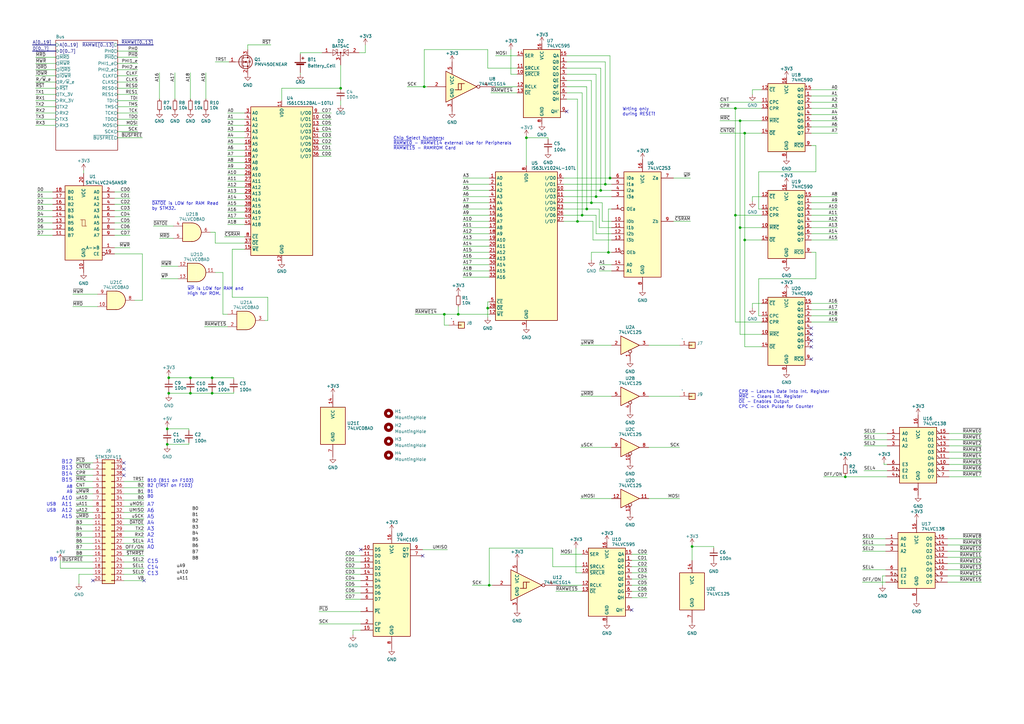
<source format=kicad_sch>
(kicad_sch (version 20230121) (generator eeschema)
  (paper "A3")
  (title_block (title "Unicomp v2 - RAMROM Board") (date "2023-07-06") (rev "v1.1") (company "100% Offner") (comment 1 "v1: Initial") (comment 2 "v1.1: ~{uMWR} from A12 to A9 of STM32 bec. USB"))
  (junction (at 78.105 154.94))
  (junction (at 303.53 49.53))
  (junction (at 250.19 73.025))
  (junction (at 301.625 44.45))
  (junction (at 86.995 161.29))
  (junction (at 215.9 56.515))
  (junction (at 283.845 224.155))
  (junction (at 301.625 88.265))
  (junction (at 303.53 93.345))
  (junction (at 248.285 75.565))
  (junction (at 249.555 103.505))
  (junction (at 305.435 54.61))
  (junction (at 246.38 78.105))
  (junction (at 69.215 161.29))
  (junction (at 182.245 128.905))
  (junction (at 240.665 85.725))
  (junction (at 238.76 88.265))
  (junction (at 68.58 175.895))
  (junction (at 242.57 83.185))
  (junction (at 86.995 154.94))
  (junction (at 200.025 126.365))
  (junction (at 139.7 36.195))
  (junction (at 78.105 161.29))
  (junction (at 236.855 90.805))
  (junction (at 305.435 98.425))
  (junction (at 244.475 80.645))
  (junction (at 346.71 195.58))
  (junction (at 68.58 182.245))
  (junction (at 69.215 154.94))
  (junction (at 200.66 240.03))
  (junction (at 173.99 35.56))
  (junction (at 187.96 128.905))
  (no_connect (at 50.8 192.405))
  (no_connect (at 50.8 194.945))
  (no_connect (at 332.74 147.32))
  (no_connect (at 332.74 134.62))
  (no_connect (at 147.955 225.425))
  (no_connect (at 332.74 137.16))
  (no_connect (at 173.355 227.965))
  (no_connect (at 332.74 142.24))
  (no_connect (at 332.74 139.7))
  (no_connect (at 259.08 250.19))
  (no_connect (at 50.8 189.865))
  (no_connect (at 38.1 238.125))
  (no_connect (at 232.41 45.72))
  (no_connect (at 59.055 238.125))
  (wire (pts (xy 209.55 20.32) (xy 209.55 30.48)))
  (wire (pts (xy 92.075 97.155) (xy 100.33 97.155)))
  (wire (pts (xy 231.14 73.025) (xy 250.19 73.025)))
  (wire (pts (xy 149.86 18.415) (xy 149.86 21.59)))
  (wire (pts (xy 95.885 154.94) (xy 95.885 155.575)))
  (wire (pts (xy 15.24 83.82) (xy 21.59 83.82)))
  (wire (pts (xy 147.955 245.745) (xy 141.605 245.745)))
  (wire (pts (xy 77.47 175.895) (xy 77.47 176.53)))
  (wire (pts (xy 88.265 95.25) (xy 88.265 99.695)))
  (wire (pts (xy 14.605 31.115) (xy 22.86 31.115)))
  (wire (pts (xy 147.955 233.045) (xy 141.605 233.045)))
  (wire (pts (xy 362.585 189.865) (xy 362.585 190.5)))
  (wire (pts (xy 389.255 185.42) (xy 402.59 185.42)))
  (wire (pts (xy 48.26 43.815) (xy 56.515 43.815)))
  (wire (pts (xy 58.42 104.14) (xy 58.42 123.19)))
  (bus (pts (xy 48.26 18.415) (xy 62.865 18.415)))
  (wire (pts (xy 130.81 48.895) (xy 135.89 48.895)))
  (wire (pts (xy 93.345 81.915) (xy 100.33 81.915)))
  (wire (pts (xy 144.78 258.445) (xy 144.78 260.35)))
  (wire (pts (xy 311.15 70.485) (xy 311.15 85.725)))
  (wire (pts (xy 389.255 195.58) (xy 402.59 195.58)))
  (wire (pts (xy 31.115 225.425) (xy 38.1 225.425)))
  (wire (pts (xy 189.865 78.105) (xy 200.66 78.105)))
  (wire (pts (xy 93.345 51.435) (xy 100.33 51.435)))
  (wire (pts (xy 215.9 56.515) (xy 215.9 67.945)))
  (wire (pts (xy 231.14 83.185) (xy 242.57 83.185)))
  (wire (pts (xy 15.24 88.9) (xy 21.59 88.9)))
  (wire (pts (xy 69.215 161.29) (xy 69.215 160.655)))
  (wire (pts (xy 182.245 128.905) (xy 187.96 128.905)))
  (wire (pts (xy 250.825 93.345) (xy 245.745 93.345)))
  (wire (pts (xy 353.695 238.76) (xy 363.22 238.76)))
  (wire (pts (xy 276.225 90.805) (xy 283.21 90.805)))
  (wire (pts (xy 244.475 88.265) (xy 244.475 95.885)))
  (wire (pts (xy 31.115 227.965) (xy 38.1 227.965)))
  (wire (pts (xy 139.7 41.275) (xy 139.7 43.18)))
  (wire (pts (xy 250.825 90.805) (xy 247.015 90.805)))
  (wire (pts (xy 334.645 59.69) (xy 334.645 70.485)))
  (wire (pts (xy 115.57 36.195) (xy 139.7 36.195)))
  (wire (pts (xy 65.405 97.79) (xy 71.12 97.79)))
  (wire (pts (xy 332.74 46.99) (xy 343.535 46.99)))
  (wire (pts (xy 189.865 73.025) (xy 200.66 73.025)))
  (wire (pts (xy 303.53 93.345) (xy 312.42 93.345)))
  (wire (pts (xy 93.345 71.755) (xy 100.33 71.755)))
  (wire (pts (xy 250.825 85.725) (xy 249.555 85.725)))
  (wire (pts (xy 71.755 29.845) (xy 71.755 40.64)))
  (wire (pts (xy 46.99 86.36) (xy 53.34 86.36)))
  (wire (pts (xy 308.61 124.46) (xy 312.42 124.46)))
  (wire (pts (xy 250.19 22.86) (xy 250.19 73.025)))
  (wire (pts (xy 95.25 102.235) (xy 95.25 121.92)))
  (wire (pts (xy 229.87 227.33) (xy 238.76 227.33)))
  (wire (pts (xy 295.275 54.61) (xy 305.435 54.61)))
  (wire (pts (xy 46.99 104.14) (xy 58.42 104.14)))
  (wire (pts (xy 50.8 230.505) (xy 59.055 230.505)))
  (wire (pts (xy 389.255 187.96) (xy 402.59 187.96)))
  (wire (pts (xy 48.26 36.195) (xy 56.515 36.195)))
  (wire (pts (xy 68.58 182.88) (xy 68.58 182.245)))
  (wire (pts (xy 388.62 231.14) (xy 402.59 231.14)))
  (wire (pts (xy 201.93 240.03) (xy 200.66 240.03)))
  (wire (pts (xy 68.58 182.245) (xy 77.47 182.245)))
  (wire (pts (xy 32.385 235.585) (xy 32.385 239.395)))
  (wire (pts (xy 246.38 78.105) (xy 250.825 78.105)))
  (wire (pts (xy 147.955 235.585) (xy 141.605 235.585)))
  (wire (pts (xy 232.41 35.56) (xy 240.665 35.56)))
  (wire (pts (xy 93.345 86.995) (xy 100.33 86.995)))
  (wire (pts (xy 55.245 123.19) (xy 58.42 123.19)))
  (wire (pts (xy 46.99 96.52) (xy 53.34 96.52)))
  (wire (pts (xy 231.14 75.565) (xy 248.285 75.565)))
  (wire (pts (xy 31.115 220.345) (xy 38.1 220.345)))
  (wire (pts (xy 311.15 129.54) (xy 312.42 129.54)))
  (wire (pts (xy 69.215 154.94) (xy 78.105 154.94)))
  (wire (pts (xy 173.99 20.32) (xy 173.99 35.56)))
  (wire (pts (xy 46.99 83.82) (xy 53.34 83.82)))
  (wire (pts (xy 48.26 20.955) (xy 56.515 20.955)))
  (wire (pts (xy 73.025 114.3) (xy 66.04 114.3)))
  (wire (pts (xy 93.345 128.905) (xy 91.44 128.905)))
  (wire (pts (xy 332.74 85.725) (xy 343.535 85.725)))
  (wire (pts (xy 201.295 38.1) (xy 212.09 38.1)))
  (wire (pts (xy 250.825 98.425) (xy 243.205 98.425)))
  (wire (pts (xy 48.26 28.575) (xy 56.515 28.575)))
  (wire (pts (xy 250.19 73.025) (xy 250.825 73.025)))
  (wire (pts (xy 231.14 78.105) (xy 246.38 78.105)))
  (wire (pts (xy 238.76 88.265) (xy 244.475 88.265)))
  (wire (pts (xy 93.345 69.215) (xy 100.33 69.215)))
  (wire (pts (xy 147.955 240.665) (xy 141.605 240.665)))
  (wire (pts (xy 248.285 75.565) (xy 250.825 75.565)))
  (wire (pts (xy 308.61 36.83) (xy 312.42 36.83)))
  (wire (pts (xy 301.625 44.45) (xy 312.42 44.45)))
  (wire (pts (xy 115.57 41.275) (xy 115.57 36.195)))
  (wire (pts (xy 311.15 85.725) (xy 312.42 85.725)))
  (wire (pts (xy 14.605 46.355) (xy 22.86 46.355)))
  (wire (pts (xy 189.865 75.565) (xy 200.66 75.565)))
  (wire (pts (xy 69.215 161.29) (xy 78.105 161.29)))
  (wire (pts (xy 353.695 226.06) (xy 363.22 226.06)))
  (wire (pts (xy 259.08 234.95) (xy 265.43 234.95)))
  (wire (pts (xy 50.8 212.725) (xy 59.055 212.725)))
  (wire (pts (xy 200.025 20.32) (xy 173.99 20.32)))
  (wire (pts (xy 332.74 41.91) (xy 343.535 41.91)))
  (wire (pts (xy 91.44 128.905) (xy 91.44 111.76)))
  (wire (pts (xy 31.115 207.645) (xy 38.1 207.645)))
  (wire (pts (xy 388.62 220.98) (xy 402.59 220.98)))
  (wire (pts (xy 50.8 217.805) (xy 59.055 217.805)))
  (wire (pts (xy 48.26 51.435) (xy 56.515 51.435)))
  (wire (pts (xy 109.855 121.92) (xy 109.855 131.445)))
  (wire (pts (xy 308.61 80.645) (xy 312.42 80.645)))
  (wire (pts (xy 259.08 237.49) (xy 265.43 237.49)))
  (wire (pts (xy 50.8 205.105) (xy 59.055 205.105)))
  (wire (pts (xy 189.865 83.185) (xy 200.66 83.185)))
  (wire (pts (xy 31.115 200.025) (xy 38.1 200.025)))
  (wire (pts (xy 193.675 240.03) (xy 200.66 240.03)))
  (wire (pts (xy 295.275 41.91) (xy 312.42 41.91)))
  (wire (pts (xy 303.53 49.53) (xy 312.42 49.53)))
  (wire (pts (xy 86.995 154.94) (xy 86.995 155.575)))
  (wire (pts (xy 123.19 21.59) (xy 132.08 21.59)))
  (wire (pts (xy 231.14 88.265) (xy 238.76 88.265)))
  (wire (pts (xy 130.81 46.355) (xy 135.89 46.355)))
  (wire (pts (xy 361.95 236.22) (xy 361.95 240.03)))
  (wire (pts (xy 46.99 81.28) (xy 53.34 81.28)))
  (wire (pts (xy 88.265 111.76) (xy 91.44 111.76)))
  (wire (pts (xy 332.74 129.54) (xy 343.535 129.54)))
  (wire (pts (xy 229.87 240.03) (xy 238.76 240.03)))
  (wire (pts (xy 14.605 41.275) (xy 22.86 41.275)))
  (wire (pts (xy 69.215 154.305) (xy 69.215 154.94)))
  (wire (pts (xy 295.275 49.53) (xy 303.53 49.53)))
  (wire (pts (xy 130.81 64.135) (xy 135.89 64.135)))
  (wire (pts (xy 15.24 96.52) (xy 21.59 96.52)))
  (wire (pts (xy 236.855 90.805) (xy 243.205 90.805)))
  (wire (pts (xy 66.04 109.22) (xy 73.025 109.22)))
  (wire (pts (xy 101.6 20.32) (xy 101.6 18.415)))
  (wire (pts (xy 101.6 18.415) (xy 111.125 18.415)))
  (wire (pts (xy 303.53 93.345) (xy 303.53 137.16)))
  (wire (pts (xy 189.865 88.265) (xy 200.66 88.265)))
  (wire (pts (xy 50.8 200.025) (xy 59.055 200.025)))
  (wire (pts (xy 50.8 207.645) (xy 59.055 207.645)))
  (wire (pts (xy 189.865 100.965) (xy 200.66 100.965)))
  (wire (pts (xy 301.625 132.08) (xy 312.42 132.08)))
  (wire (pts (xy 14.605 51.435) (xy 22.86 51.435)))
  (wire (pts (xy 388.62 228.6) (xy 402.59 228.6)))
  (wire (pts (xy 65.405 29.845) (xy 65.405 40.64)))
  (wire (pts (xy 301.625 88.265) (xy 301.625 132.08)))
  (wire (pts (xy 353.695 220.98) (xy 363.22 220.98)))
  (wire (pts (xy 189.865 95.885) (xy 200.66 95.885)))
  (wire (pts (xy 130.81 61.595) (xy 135.89 61.595)))
  (wire (pts (xy 68.58 175.26) (xy 68.58 175.895)))
  (wire (pts (xy 200.66 224.79) (xy 200.66 240.03)))
  (wire (pts (xy 353.695 223.52) (xy 363.22 223.52)))
  (wire (pts (xy 50.8 238.125) (xy 59.055 238.125)))
  (wire (pts (xy 130.81 53.975) (xy 135.89 53.975)))
  (wire (pts (xy 238.76 38.1) (xy 238.76 88.265)))
  (wire (pts (xy 86.995 160.655) (xy 86.995 161.29)))
  (wire (pts (xy 84.455 29.845) (xy 84.455 40.64)))
  (wire (pts (xy 130.81 56.515) (xy 135.89 56.515)))
  (wire (pts (xy 332.74 127) (xy 343.535 127)))
  (wire (pts (xy 245.745 93.345) (xy 245.745 85.725)))
  (wire (pts (xy 215.9 55.88) (xy 215.9 56.515)))
  (wire (pts (xy 93.345 66.675) (xy 100.33 66.675)))
  (wire (pts (xy 189.865 113.665) (xy 200.66 113.665)))
  (wire (pts (xy 249.555 85.725) (xy 249.555 103.505)))
  (wire (pts (xy 130.81 255.905) (xy 147.955 255.905)))
  (wire (pts (xy 93.345 46.355) (xy 100.33 46.355)))
  (wire (pts (xy 332.74 93.345) (xy 343.535 93.345)))
  (wire (pts (xy 189.865 111.125) (xy 200.66 111.125)))
  (wire (pts (xy 305.435 54.61) (xy 305.435 98.425)))
  (wire (pts (xy 31.115 210.185) (xy 38.1 210.185)))
  (wire (pts (xy 189.865 98.425) (xy 200.66 98.425)))
  (wire (pts (xy 14.605 33.655) (xy 22.86 33.655)))
  (wire (pts (xy 130.81 51.435) (xy 135.89 51.435)))
  (wire (pts (xy 31.115 194.945) (xy 38.1 194.945)))
  (wire (pts (xy 250.825 183.515) (xy 238.125 183.515)))
  (wire (pts (xy 83.82 133.985) (xy 93.345 133.985)))
  (wire (pts (xy 48.26 26.035) (xy 56.515 26.035)))
  (wire (pts (xy 243.205 98.425) (xy 243.205 90.805)))
  (wire (pts (xy 50.8 227.965) (xy 59.055 227.965)))
  (wire (pts (xy 78.105 160.655) (xy 78.105 161.29)))
  (wire (pts (xy 266.065 204.47) (xy 278.765 204.47)))
  (wire (pts (xy 175.26 35.56) (xy 173.99 35.56)))
  (wire (pts (xy 354.33 182.88) (xy 363.855 182.88)))
  (bus (pts (xy 22.86 18.415) (xy 13.335 18.415)))
  (wire (pts (xy 31.115 212.725) (xy 38.1 212.725)))
  (wire (pts (xy 93.345 79.375) (xy 100.33 79.375)))
  (wire (pts (xy 50.8 202.565) (xy 59.055 202.565)))
  (wire (pts (xy 31.115 202.565) (xy 38.1 202.565)))
  (wire (pts (xy 200.025 126.365) (xy 200.025 130.175)))
  (wire (pts (xy 332.74 36.83) (xy 343.535 36.83)))
  (wire (pts (xy 31.115 215.265) (xy 38.1 215.265)))
  (wire (pts (xy 15.24 93.98) (xy 21.59 93.98)))
  (wire (pts (xy 248.285 25.4) (xy 248.285 75.565)))
  (wire (pts (xy 78.105 154.94) (xy 78.105 155.575)))
  (wire (pts (xy 332.74 88.265) (xy 343.535 88.265)))
  (wire (pts (xy 31.115 217.805) (xy 38.1 217.805)))
  (wire (pts (xy 242.57 83.185) (xy 247.015 83.185)))
  (wire (pts (xy 24.765 229.87) (xy 24.765 233.045)))
  (wire (pts (xy 295.275 44.45) (xy 301.625 44.45)))
  (wire (pts (xy 232.41 40.64) (xy 236.855 40.64)))
  (wire (pts (xy 93.345 74.295) (xy 100.33 74.295)))
  (wire (pts (xy 50.8 222.885) (xy 59.055 222.885)))
  (wire (pts (xy 332.74 95.885) (xy 343.535 95.885)))
  (wire (pts (xy 236.855 40.64) (xy 236.855 90.805)))
  (wire (pts (xy 25.4 230.505) (xy 38.1 230.505)))
  (wire (pts (xy 189.865 93.345) (xy 200.66 93.345)))
  (wire (pts (xy 69.215 161.925) (xy 69.215 161.29)))
  (wire (pts (xy 15.24 81.28) (xy 21.59 81.28)))
  (wire (pts (xy 48.26 48.895) (xy 56.515 48.895)))
  (wire (pts (xy 93.345 56.515) (xy 100.33 56.515)))
  (wire (pts (xy 31.115 189.865) (xy 38.1 189.865)))
  (wire (pts (xy 226.695 224.79) (xy 226.695 232.41)))
  (wire (pts (xy 334.645 103.505) (xy 334.645 114.3)))
  (wire (pts (xy 15.24 78.74) (xy 21.59 78.74)))
  (wire (pts (xy 48.26 33.655) (xy 56.515 33.655)))
  (wire (pts (xy 123.19 30.48) (xy 123.19 29.845)))
  (wire (pts (xy 388.62 223.52) (xy 402.59 223.52)))
  (wire (pts (xy 31.115 197.485) (xy 38.1 197.485)))
  (wire (pts (xy 232.41 38.1) (xy 238.76 38.1)))
  (wire (pts (xy 236.22 234.95) (xy 238.76 234.95)))
  (wire (pts (xy 53.34 101.6) (xy 46.99 101.6)))
  (wire (pts (xy 46.99 88.9) (xy 53.34 88.9)))
  (wire (pts (xy 232.41 30.48) (xy 244.475 30.48)))
  (wire (pts (xy 249.555 103.505) (xy 250.825 103.505)))
  (wire (pts (xy 303.53 137.16) (xy 312.42 137.16)))
  (wire (pts (xy 93.345 61.595) (xy 100.33 61.595)))
  (wire (pts (xy 238.125 162.56) (xy 250.825 162.56)))
  (wire (pts (xy 244.475 95.885) (xy 250.825 95.885)))
  (wire (pts (xy 283.845 224.155) (xy 292.735 224.155)))
  (wire (pts (xy 363.855 190.5) (xy 362.585 190.5)))
  (wire (pts (xy 334.645 114.3) (xy 311.15 114.3)))
  (wire (pts (xy 95.25 102.235) (xy 100.33 102.235)))
  (wire (pts (xy 50.8 235.585) (xy 59.055 235.585)))
  (wire (pts (xy 305.435 54.61) (xy 312.42 54.61)))
  (wire (pts (xy 389.255 190.5) (xy 402.59 190.5)))
  (wire (pts (xy 242.57 103.505) (xy 249.555 103.505)))
  (wire (pts (xy 14.605 36.195) (xy 22.86 36.195)))
  (wire (pts (xy 93.345 64.135) (xy 100.33 64.135)))
  (wire (pts (xy 170.18 128.905) (xy 182.245 128.905)))
  (wire (pts (xy 184.15 133.35) (xy 182.245 133.35)))
  (wire (pts (xy 226.695 232.41) (xy 238.76 232.41)))
  (wire (pts (xy 88.265 25.4) (xy 93.98 25.4)))
  (wire (pts (xy 388.62 236.22) (xy 402.59 236.22)))
  (wire (pts (xy 305.435 98.425) (xy 312.42 98.425)))
  (wire (pts (xy 93.345 89.535) (xy 100.33 89.535)))
  (wire (pts (xy 48.26 41.275) (xy 56.515 41.275)))
  (wire (pts (xy 200.025 27.94) (xy 212.09 27.94)))
  (wire (pts (xy 332.74 124.46) (xy 343.535 124.46)))
  (wire (pts (xy 242.57 103.505) (xy 242.57 106.68)))
  (wire (pts (xy 189.865 103.505) (xy 200.66 103.505)))
  (wire (pts (xy 303.53 49.53) (xy 303.53 93.345)))
  (wire (pts (xy 139.7 26.67) (xy 139.7 36.195)))
  (wire (pts (xy 200.025 20.32) (xy 200.025 27.94)))
  (wire (pts (xy 346.71 194.945) (xy 346.71 195.58)))
  (wire (pts (xy 245.745 108.585) (xy 250.825 108.585)))
  (wire (pts (xy 305.435 98.425) (xy 305.435 142.24)))
  (wire (pts (xy 34.29 69.85) (xy 34.29 71.12)))
  (wire (pts (xy 240.665 35.56) (xy 240.665 85.725)))
  (wire (pts (xy 189.865 106.045) (xy 200.66 106.045)))
  (wire (pts (xy 78.105 29.845) (xy 78.105 40.64)))
  (wire (pts (xy 78.105 154.94) (xy 86.995 154.94)))
  (wire (pts (xy 77.47 181.61) (xy 77.47 182.245)))
  (wire (pts (xy 48.26 53.975) (xy 56.515 53.975)))
  (wire (pts (xy 259.08 245.11) (xy 265.43 245.11)))
  (wire (pts (xy 259.08 229.87) (xy 265.43 229.87)))
  (wire (pts (xy 130.81 250.825) (xy 147.955 250.825)))
  (wire (pts (xy 50.8 225.425) (xy 59.055 225.425)))
  (wire (pts (xy 48.26 56.515) (xy 58.42 56.515)))
  (wire (pts (xy 354.33 177.8) (xy 363.855 177.8)))
  (wire (pts (xy 389.255 182.88) (xy 402.59 182.88)))
  (wire (pts (xy 14.605 28.575) (xy 22.86 28.575)))
  (wire (pts (xy 50.8 210.185) (xy 59.055 210.185)))
  (wire (pts (xy 50.8 215.265) (xy 59.055 215.265)))
  (wire (pts (xy 227.965 242.57) (xy 238.76 242.57)))
  (wire (pts (xy 276.225 73.025) (xy 283.21 73.025)))
  (wire (pts (xy 301.625 44.45) (xy 301.625 88.265)))
  (wire (pts (xy 93.345 59.055) (xy 100.33 59.055)))
  (wire (pts (xy 173.355 225.425) (xy 183.515 225.425)))
  (wire (pts (xy 346.71 195.58) (xy 363.855 195.58)))
  (wire (pts (xy 244.475 30.48) (xy 244.475 80.645)))
  (wire (pts (xy 231.14 80.645) (xy 244.475 80.645)))
  (wire (pts (xy 147.955 243.205) (xy 141.605 243.205)))
  (wire (pts (xy 332.74 59.69) (xy 334.645 59.69)))
  (wire (pts (xy 93.345 76.835) (xy 100.33 76.835)))
  (wire (pts (xy 48.26 38.735) (xy 56.515 38.735)))
  (wire (pts (xy 14.605 43.815) (xy 22.86 43.815)))
  (wire (pts (xy 203.2 22.86) (xy 212.09 22.86)))
  (wire (pts (xy 29.845 125.73) (xy 40.005 125.73)))
  (wire (pts (xy 332.74 52.07) (xy 343.535 52.07)))
  (wire (pts (xy 247.015 90.805) (xy 247.015 83.185)))
  (wire (pts (xy 224.79 56.515) (xy 224.79 57.15)))
  (wire (pts (xy 14.605 38.735) (xy 22.86 38.735)))
  (wire (pts (xy 250.825 141.605) (xy 238.125 141.605)))
  (wire (pts (xy 95.25 121.92) (xy 109.855 121.92)))
  (wire (pts (xy 361.95 236.22) (xy 363.22 236.22)))
  (wire (pts (xy 68.58 175.895) (xy 68.58 176.53)))
  (wire (pts (xy 308.61 80.645) (xy 308.61 82.55)))
  (wire (pts (xy 29.845 120.65) (xy 40.005 120.65)))
  (wire (pts (xy 46.99 78.74) (xy 53.34 78.74)))
  (wire (pts (xy 14.605 23.495) (xy 22.86 23.495)))
  (wire (pts (xy 332.74 80.645) (xy 343.535 80.645)))
  (wire (pts (xy 266.065 183.515) (xy 278.765 183.515)))
  (wire (pts (xy 14.605 26.035) (xy 22.86 26.035)))
  (wire (pts (xy 123.19 21.59) (xy 123.19 22.225)))
  (wire (pts (xy 301.625 88.265) (xy 312.42 88.265)))
  (wire (pts (xy 278.765 141.605) (xy 266.065 141.605)))
  (wire (pts (xy 109.855 131.445) (xy 108.585 131.445)))
  (wire (pts (xy 389.255 180.34) (xy 402.59 180.34)))
  (wire (pts (xy 189.865 85.725) (xy 200.66 85.725)))
  (wire (pts (xy 259.08 232.41) (xy 265.43 232.41)))
  (wire (pts (xy 86.995 154.94) (xy 95.885 154.94)))
  (wire (pts (xy 200.025 126.365) (xy 200.66 126.365)))
  (wire (pts (xy 354.33 193.04) (xy 363.855 193.04)))
  (wire (pts (xy 266.065 162.56) (xy 278.765 162.56)))
  (wire (pts (xy 93.345 92.075) (xy 100.33 92.075)))
  (wire (pts (xy 189.865 108.585) (xy 200.66 108.585)))
  (wire (pts (xy 259.08 242.57) (xy 265.43 242.57)))
  (wire (pts (xy 147.955 230.505) (xy 141.605 230.505)))
  (wire (pts (xy 238.125 204.47) (xy 250.825 204.47)))
  (wire (pts (xy 308.61 36.83) (xy 308.61 38.735)))
  (wire (pts (xy 15.24 86.36) (xy 21.59 86.36)))
  (wire (pts (xy 93.345 53.975) (xy 100.33 53.975)))
  (wire (pts (xy 31.115 222.885) (xy 38.1 222.885)))
  (wire (pts (xy 147.955 238.125) (xy 141.605 238.125)))
  (wire (pts (xy 50.8 233.045) (xy 59.055 233.045)))
  (wire (pts (xy 149.86 21.59) (xy 147.32 21.59)))
  (wire (pts (xy 226.695 224.79) (xy 200.66 224.79)))
  (wire (pts (xy 236.22 224.79) (xy 236.22 234.95)))
  (wire (pts (xy 189.865 90.805) (xy 200.66 90.805)))
  (wire (pts (xy 200.025 123.825) (xy 200.025 126.365)))
  (wire (pts (xy 283.845 223.52) (xy 283.845 224.155)))
  (wire (pts (xy 308.61 124.46) (xy 308.61 126.365)))
  (wire (pts (xy 332.74 98.425) (xy 343.535 98.425)))
  (wire (pts (xy 86.36 95.25) (xy 88.265 95.25)))
  (wire (pts (xy 62.865 92.71) (xy 71.12 92.71)))
  (wire (pts (xy 334.645 70.485) (xy 311.15 70.485)))
  (wire (pts (xy 95.885 160.655) (xy 95.885 161.29)))
  (wire (pts (xy 332.74 54.61) (xy 343.535 54.61)))
  (wire (pts (xy 86.995 161.29) (xy 95.885 161.29)))
  (wire (pts (xy 46.99 93.98) (xy 53.34 93.98)))
  (wire (pts (xy 189.865 80.645) (xy 200.66 80.645)))
  (wire (pts (xy 31.115 192.405) (xy 38.1 192.405)))
  (wire (pts (xy 231.14 90.805) (xy 236.855 90.805)))
  (wire (pts (xy 245.745 111.125) (xy 250.825 111.125)))
  (wire (pts (xy 50.8 220.345) (xy 59.055 220.345)))
  (wire (pts (xy 78.105 161.29) (xy 86.995 161.29)))
  (wire (pts (xy 93.345 48.895) (xy 100.33 48.895)))
  (wire (pts (xy 311.15 114.3) (xy 311.15 129.54)))
  (wire (pts (xy 209.55 30.48) (xy 212.09 30.48)))
  (wire (pts (xy 50.8 197.485) (xy 59.055 197.485)))
  (wire (pts (xy 389.255 177.8) (xy 402.59 177.8)))
  (wire (pts (xy 187.96 125.73) (xy 187.96 128.905)))
  (wire (pts (xy 46.99 91.44) (xy 53.34 91.44)))
  (wire (pts (xy 48.26 23.495) (xy 56.515 23.495)))
  (wire (pts (xy 32.385 235.585) (xy 38.1 235.585)))
  (wire (pts (xy 354.33 180.34) (xy 363.855 180.34)))
  (wire (pts (xy 259.08 227.33) (xy 265.43 227.33)))
  (bus (pts (xy 22.86 20.955) (xy 13.335 20.955)))
  (wire (pts (xy 182.245 133.35) (xy 182.245 128.905)))
  (wire (pts (xy 187.96 128.905) (xy 200.66 128.905)))
  (wire (pts (xy 283.845 224.155) (xy 283.845 229.87)))
  (wire (pts (xy 244.475 80.645) (xy 250.825 80.645)))
  (wire (pts (xy 389.255 193.04) (xy 402.59 193.04)))
  (wire (pts (xy 232.41 27.94) (xy 246.38 27.94)))
  (wire (pts (xy 292.735 224.155) (xy 292.735 224.79)))
  (wire (pts (xy 15.24 91.44) (xy 21.59 91.44)))
  (wire (pts (xy 332.74 44.45) (xy 343.535 44.45)))
  (wire (pts (xy 332.74 83.185) (xy 343.535 83.185)))
  (wire (pts (xy 332.74 132.08) (xy 343.535 132.08)))
  (wire (pts (xy 215.9 56.515) (xy 224.79 56.515)))
  (wire (pts (xy 48.26 46.355) (xy 56.515 46.355)))
  (wire (pts (xy 242.57 33.02) (xy 242.57 83.185)))
  (wire (pts (xy 48.26 31.115) (xy 56.515 31.115)))
  (wire (pts (xy 332.74 39.37) (xy 343.535 39.37)))
  (wire (pts (xy 259.08 240.03) (xy 265.43 240.03)))
  (wire (pts (xy 332.74 103.505) (xy 334.645 103.505)))
  (wire (pts (xy 68.58 182.245) (xy 68.58 181.61)))
  (wire (pts (xy 31.115 205.105) (xy 38.1 205.105)))
  (wire (pts (xy 246.38 27.94) (xy 246.38 78.105)))
  (wire (pts (xy 332.74 49.53) (xy 343.535 49.53)))
  (wire (pts (xy 240.665 85.725) (xy 245.745 85.725)))
  (wire (pts (xy 231.14 85.725) (xy 240.665 85.725)))
  (wire (pts (xy 388.62 238.76) (xy 402.59 238.76)))
  (wire (pts (xy 68.58 175.895) (xy 77.47 175.895)))
  (wire (pts (xy 147.955 258.445) (xy 144.78 258.445)))
  (wire (pts (xy 388.62 226.06) (xy 402.59 226.06)))
  (wire (pts (xy 332.74 90.805) (xy 343.535 90.805)))
  (wire (pts (xy 93.345 84.455) (xy 100.33 84.455)))
  (wire (pts (xy 232.41 33.02) (xy 242.57 33.02)))
  (wire (pts (xy 232.41 25.4) (xy 248.285 25.4)))
  (wire (pts (xy 24.765 233.045) (xy 38.1 233.045)))
  (wire (pts (xy 167.005 35.56) (xy 173.99 35.56)))
  (wire (pts (xy 14.605 48.895) (xy 22.86 48.895)))
  (wire (pts (xy 147.955 227.965) (xy 141.605 227.965)))
  (wire (pts (xy 88.265 99.695) (xy 100.33 99.695)))
  (wire (pts (xy 232.41 22.86) (xy 250.19 22.86)))
  (wire (pts (xy 337.82 195.58) (xy 346.71 195.58)))
  (wire (pts (xy 388.62 233.68) (xy 402.59 233.68)))
  (wire (pts (xy 203.2 35.56) (xy 212.09 35.56)))
  (wire (pts (xy 353.695 233.68) (xy 363.22 233.68)))
  (wire (pts (xy 305.435 142.24) (xy 312.42 142.24)))
  (wire (pts (xy 130.81 59.055) (xy 135.89 59.055)))
  (wire (pts (xy 200.025 123.825) (xy 200.66 123.825)))
  (wire (pts (xy 69.215 154.94) (xy 69.215 155.575)))
  (text "USB" (at 19.05 210.185 0) (effects (font (size 1.27 1.27)) (justify left bottom)))
  (text "B1\nB0" (at 60.325 204.47 0) (effects (font (size 1.27 1.27)) (justify left bottom)))
  (text "A10\nA11\nA12\nA15" (at 29.718 212.852 0) (effects (font (size 1.55 1.55)) (justify right bottom)))
  (text "CPR - Latches Date into int. Register\n~{MRC} - Clears int. Register\n~{OE} - Enables Output\nCPC - Clock Pulse for Counter" (at 302.895 167.64 0) (effects (font (size 1.27 1.27)) (justify left bottom)))
  (text "Wrting only\nduring RESET!" (at 255.27 47.625 0) (effects (font (size 1.27 1.27)) (justify left bottom)))
  (text "B9\n" (at 23.495 230.505 0) (effects (font (size 1.55 1.55)) (justify right bottom)))
  (text "A8\nA9" (at 27.305 202.565 0) (effects (font (size 1.27 1.27)) (justify left bottom)))
  (text "B10 (B11 on F103)\nB2 (TRST on F103)" (at 60.325 200.025 0) (effects (font (size 1.27 1.27)) (justify left bottom)))
  (text "~{DATOE} is LOW for RAM Read \nby STM32.\n" (at 62.23 86.36 0) (effects (font (size 1.27 1.27)) (justify left bottom)))
  (text "~{WP} is LOW for RAM and\nHigh for ROM." (at 76.835 121.285 0) (effects (font (size 1.27 1.27)) (justify left bottom)))
  (text "A7\nA6\nA5\nA4\nA3\nA2\nA1\nA0" (at 60.325 225.425 0) (effects (font (size 1.55 1.55)) (justify left bottom)))
  (text "USB" (at 19.05 207.645 0) (effects (font (size 1.27 1.27)) (justify left bottom)))
  (text "B12\nB13\nB14\nB15" (at 25.146 197.866 0) (effects (font (size 1.55 1.55)) (justify left bottom)))
  (text "C15\nC14\nC13" (at 60.325 236.22 0) (effects (font (size 1.55 1.55)) (justify left bottom)))
  (text "Chip Select Numbers:\n~{RAMWE0} - ~{RAMWE14} external Use for Peripherals\n~{RAMWE15} - RAMROM Card" (at 161.29 61.595 0) (effects (font (size 1.27 1.27)) (justify left bottom)))
  (label "CD5" (at 141.605 240.665 0))
  (label "~{RAMWE14}" (at 402.59 236.22 180))
  (label "~{IOWR}" (at 14.605 31.115 0))
  (label "~{MWR}" (at 29.845 120.65 0))
  (label "A1" (at 343.535 39.37 180))
  (label "SEL0" (at 59.055 235.585 180))
  (label "A16" (at 65.405 29.845 270))
  (label "CD4" (at 265.43 237.49 180))
  (label "~{RAMWE5}" (at 402.59 190.5 180))
  (label "CD7" (at 135.89 46.355 180))
  (label "CD3" (at 135.89 56.515 180))
  (label "~{DATOE}" (at 59.055 215.265 180))
  (label "~{RAMWE0}" (at 402.59 177.8 180))
  (label "SEL4" (at 59.055 222.885 180))
  (label "~{uMRD}" (at 31.115 212.725 0))
  (label "B8" (at 31.115 227.965 0))
  (label "~{MRC}" (at 31.115 197.485 0))
  (label "CD1" (at 141.605 230.505 0))
  (label "SEL2" (at 354.33 182.88 0))
  (label "CD2" (at 135.89 59.055 180))
  (label "~{RAMWE4}" (at 402.59 187.96 180))
  (label "uA9" (at 72.39 233.045 0))
  (label "SEL1" (at 354.33 180.34 0))
  (label "~{BUSFREE}" (at 25.4 230.505 0))
  (label "~{CNTOE}" (at 31.115 192.405 0))
  (label "~{MWR}" (at 66.04 109.22 0))
  (label "A11" (at 343.535 88.265 180))
  (label "PHI2_e" (at 56.515 28.575 180))
  (label "A18" (at 343.535 129.54 180))
  (label "A14" (at 343.535 95.885 180))
  (label "A13" (at 343.535 93.345 180))
  (label "A10" (at 343.535 85.725 180))
  (label "CD3" (at 265.43 234.95 180))
  (label "A7" (at 343.535 54.61 180))
  (label "uA12" (at 31.115 210.185 0))
  (label "B2" (at 59.055 200.025 180))
  (label "B4" (at 78.74 219.71 0))
  (label "SCK" (at 130.81 255.905 0))
  (label "D3" (at 15.24 86.36 0))
  (label "A19" (at 343.535 132.08 180))
  (label "~{STMRST}" (at 59.055 227.965 180))
  (label "PH0" (at 56.515 20.955 180))
  (label "A1" (at 245.745 108.585 0))
  (label "A17" (at 93.345 89.535 0))
  (label "TX2" (at 14.605 43.815 0))
  (label "A4" (at 189.865 75.565 0))
  (label "A0" (at 93.345 46.355 0))
  (label "TX3" (at 14.605 48.895 0))
  (label "CLKS" (at 56.515 33.655 180))
  (label "CD1" (at 265.43 229.87 180))
  (label "UMISO" (at 59.055 210.185 180))
  (label "~{RAMWE15}" (at 402.59 238.76 180))
  (label "SCK" (at 56.515 53.975 180))
  (label "uA11" (at 72.39 238.125 0))
  (label "CD5" (at 265.43 240.03 180))
  (label "A13" (at 189.865 98.425 0))
  (label "~{MRD}" (at 65.405 97.79 0))
  (label "A17" (at 71.755 29.845 270))
  (label "A3" (at 343.535 44.45 180))
  (label "A0" (at 343.535 36.83 180))
  (label "~{WP}" (at 66.04 114.3 0))
  (label "CD6" (at 141.605 243.205 0))
  (label "RX2" (at 59.055 220.345 180))
  (label "A3" (at 189.865 73.025 0))
  (label "~{MRC}" (at 295.275 49.53 0))
  (label "uSCK" (at 59.055 212.725 180))
  (label "A3" (at 93.345 53.975 0))
  (label "SEL2" (at 353.695 226.06 0))
  (label "uA10" (at 31.115 205.105 0))
  (label "CD0" (at 135.89 64.135 180))
  (label "A17" (at 189.865 108.585 0))
  (label "B5" (at 31.115 220.345 0))
  (label "TDI" (at 56.515 41.275 180))
  (label "~{RST}" (at 14.605 36.195 0))
  (label "~{DATOE}" (at 62.865 92.71 0))
  (label "R{slash}~{W}_e" (at 14.605 33.655 0))
  (label "~{PH0}" (at 56.515 23.495 180))
  (label "A9" (at 343.535 83.185 180))
  (label "A12" (at 93.345 76.835 0))
  (label "CLKF" (at 56.515 31.115 180))
  (label "A18" (at 93.345 92.075 0))
  (label "~{PLD}" (at 31.115 189.865 0))
  (label "TRST" (at 59.055 197.485 180))
  (label "CD2" (at 265.43 232.41 180))
  (label "CD7" (at 265.43 245.11 180))
  (label "D0" (at 15.24 78.74 0))
  (label "CPR" (at 31.115 194.945 0))
  (label "A14" (at 189.865 100.965 0))
  (label "B4" (at 31.115 217.805 0))
  (label "B2" (at 78.74 214.63 0))
  (label "B3" (at 78.74 217.17 0))
  (label "~{RAMWE1}" (at 402.59 180.34 180))
  (label "CD3" (at 141.605 235.585 0))
  (label "~{IORD}" (at 14.605 28.575 0))
  (label "A10" (at 189.865 90.805 0))
  (label "CD1" (at 53.34 81.28 180))
  (label "CD2" (at 53.34 83.82 180))
  (label "CD2" (at 141.605 233.045 0))
  (label "RX3" (at 14.605 51.435 0))
  (label "~{RAMWE11}" (at 402.59 228.6 180))
  (label "~{RAMWE7}" (at 402.59 195.58 180))
  (label "A11" (at 93.345 74.295 0))
  (label "~{RAMWE15}" (at 227.965 242.57 0))
  (label "uSCK" (at 238.125 183.515 0))
  (label "SCK" (at 167.005 35.56 0))
  (label "SCK" (at 193.675 240.03 0))
  (label "D7" (at 15.24 96.52 0))
  (label "RES1" (at 56.515 38.735 180))
  (label "A17" (at 343.535 127 180))
  (label "SEL2" (at 59.055 230.505 180))
  (label "A1" (at 93.345 48.895 0))
  (label "~{RAMWE9}" (at 402.59 223.52 180))
  (label "CD7" (at 53.34 96.52 180))
  (label "~{RAMWE2}" (at 402.59 182.88 180))
  (label "TDO" (at 56.515 48.895 180))
  (label "CD6" (at 265.43 242.57 180))
  (label "MOSI" (at 56.515 51.435 180))
  (label "A2" (at 93.345 51.435 0))
  (label "~{RST}" (at 111.125 18.415 180))
  (label "SEL1" (at 59.055 233.045 180))
  (label "D1" (at 15.24 81.28 0))
  (label "CPR" (at 295.275 44.45 0))
  (label "CD5" (at 135.89 51.435 180))
  (label "uA10" (at 72.39 235.585 0))
  (label "B6" (at 31.115 222.885 0))
  (label "~{RAMWE15}" (at 83.82 133.985 0))
  (label "B7" (at 78.74 227.33 0))
  (label "CNT" (at 295.275 41.91 0))
  (label "A4" (at 93.345 56.515 0))
  (label "A6" (at 189.865 80.645 0))
  (label "SCK" (at 278.765 183.515 180))
  (label "A7" (at 189.865 83.185 0))
  (label "RES0" (at 56.515 36.195 180))
  (label "A18" (at 78.105 29.845 270))
  (label "CD4" (at 141.605 238.125 0))
  (label "CD5" (at 53.34 91.44 180))
  (label "A12" (at 189.865 95.885 0))
  (label "D2" (at 15.24 83.82 0))
  (label "SEL4" (at 354.33 193.04 0))
  (label "A14" (at 93.345 81.915 0))
  (label "D6" (at 15.24 93.98 0))
  (label "A6" (at 93.345 61.595 0))
  (label "CD3" (at 53.34 86.36 180))
  (label "A5" (at 93.345 59.055 0))
  (label "TMS" (at 56.515 43.815 180))
  (label "D[0..7]" (at 13.335 20.955 0))
  (label "A5" (at 189.865 78.105 0))
  (label "RX1" (at 14.605 41.275 0))
  (label "A8" (at 343.535 80.645 180))
  (label "~{uMRD}" (at 238.125 162.56 0))
  (label "~{RAMWE14}" (at 170.18 128.905 0))
  (label "D4" (at 15.24 88.9 0))
  (label "~{MWR}" (at 14.605 26.035 0))
  (label "B8" (at 78.74 229.87 0))
  (label "~{RAMWE10}" (at 402.59 226.06 180))
  (label "MOSI" (at 229.87 227.33 0))
  (label "RX2" (at 14.605 46.355 0))
  (label "CD1" (at 135.89 61.595 180))
  (label "B3" (at 31.115 215.265 0))
  (label "B6" (at 78.74 224.79 0))
  (label "A19" (at 189.865 113.665 0))
  (label "B1" (at 78.74 212.09 0))
  (label "OFF{slash}ON" (at 353.695 238.76 0))
  (label "A8" (at 189.865 85.725 0))
  (label "A5" (at 343.535 49.53 180))
  (label "A8" (at 93.345 66.675 0))
  (label "TX1" (at 14.605 38.735 0))
  (label "VB" (at 59.055 238.125 180))
  (label "A16" (at 93.345 86.995 0))
  (label "A9" (at 189.865 88.265 0))
  (label "A9" (at 93.345 69.215 0))
  (label "B7" (at 31.115 225.425 0))
  (label "D5" (at 15.24 91.44 0))
  (label "~{PLD}" (at 130.81 250.825 0))
  (label "~{CSRAM}" (at 283.21 90.805 180))
  (label "SEL4" (at 353.695 233.68 0))
  (label "SEL0" (at 353.695 220.98 0))
  (label "A10" (at 93.345 71.755 0))
  (label "CD7" (at 141.605 245.745 0))
  (label "CNT" (at 31.115 200.025 0))
  (label "uMOSI" (at 59.055 207.645 180))
  (label "CD6" (at 135.89 48.895 180))
  (label "A2" (at 343.535 41.91 180))
  (label "~{BUSFREE}" (at 58.42 56.515 180))
  (label "A13" (at 93.345 79.375 0))
  (label "A18" (at 189.865 111.125 0))
  (label "~{CSRAM}" (at 92.075 97.155 0))
  (label "~{RAMWE6}" (at 402.59 193.04 180))
  (label "A16" (at 343.535 124.46 180))
  (label "A16" (at 189.865 106.045 0))
  (label "A4" (at 343.535 46.99 180))
  (label "A15" (at 93.345 84.455 0))
  (label "CD4" (at 135.89 53.975 180))
  (label "TRST" (at 88.265 25.4 0))
  (label "A12" (at 343.535 90.805 180))
  (label "A[0..19]" (at 13.335 18.415 0))
  (label "~{RAMWE13}" (at 402.59 233.68 180))
  (label "CD4" (at 53.34 88.9 180))
  (label "~{RAMWE8}" (at 402.59 220.98 180))
  (label "~{MRD}" (at 14.605 23.495 0))
  (label "A7" (at 93.345 64.135 0))
  (label "MOSI" (at 278.765 204.47 180))
  (label "~{uMWR}" (at 31.115 202.565 0))
  (label "~{CNTOE}" (at 295.275 54.61 0))
  (label "A11" (at 189.865 93.345 0))
  (label "~{WP}" (at 283.21 73.025 180))
  (label "~{RAMWE12}" (at 402.59 231.14 180))
  (label "~{uMWR}" (at 238.125 141.605 0))
  (label "A15" (at 343.535 98.425 180))
  (label "uMOSI" (at 238.125 204.47 0))
  (label "TX2" (at 59.055 217.805 180))
  (label "A15" (at 189.865 103.505 0))
  (label "A2" (at 245.745 111.125 0))
  (label "CD0" (at 265.43 227.33 180))
  (label "~{MWR}" (at 53.34 101.6 180))
  (label "A6" (at 343.535 52.07 180))
  (label "CD0" (at 53.34 78.74 180))
  (label "B1" (at 59.055 202.565 180))
  (label "CD0" (at 141.605 227.965 0))
  (label "OFF{slash}ON" (at 59.055 225.425 180))
  (label "A19" (at 84.455 29.845 270))
  (label "B0" (at 78.74 209.55 0))
  (label "UMISO" (at 183.515 225.425 180))
  (label "OFF{slash}ON" (at 337.82 195.58 0))
  (label "TCK" (at 56.515 46.355 180))
  (label "CD6" (at 53.34 93.98 180))
  (label "~{RAMWE3}" (at 402.59 185.42 180))
  (label "B5" (at 78.74 222.25 0))
  (label "uA11" (at 31.115 207.645 0))
  (label "SEL0" (at 354.33 177.8 0))
  (label "SEL1" (at 353.695 223.52 0))
  (label "B0" (at 59.055 205.105 180))
  (label "~{MRD}" (at 29.845 125.73 0))
  (label "PHI1_e" (at 56.515 26.035 180))
  (label "~{RAMWE14}" (at 201.295 38.1 0))
  (label "MOSI" (at 203.2 22.86 0))
  (label "~{RAMWE[0..13]}" (at 62.865 18.415 180))
  (symbol (lib_id "74xx:74LS125") (at 283.845 242.57 0) (unit 5)
    (property "Reference" "U2" (at 289.687 241.546 0) (effects (justify left)))
    (property "Value" "74LVC125" (at 289.687 243.594 0) (effects (justify left)))
    (property "Footprint" "Package_SO:SOIC-14_3.9x8.7mm_P1.27mm" (effects hide))
    (property "Datasheet" "http://www.ti.com/lit/gpn/sn74LS125" (effects hide))
  )
  (symbol (lib_id "power:GND") (at 222.25 50.8 0) (unit 1)
    (property "Reference" "#PWR051" (effects hide))
    (property "Value" "GND" (at 222.25 55.2434 0))
  )
  (symbol (lib_id "Memory_RAM:IS61C5128AL-10TLI") (at 115.57 74.295 0) (unit 1)
    (property "Reference" "U4" (at 117.5259 40.235 0) (effects (justify left)))
    (property "Value" "IS61C5128AL-10TLI" (at 117.5259 42.283 0) (effects (justify left)))
    (property "Footprint" "Package_SO:TSOP-II-44_10.16x18.41mm_P0.8mm" (effects hide))
    (property "Datasheet" "http://www.issi.com/WW/pdf/61-64C5128AL.pdf" (effects hide))
  )
  (symbol (lib_id "74xx:74LS08") (at 100.965 131.445 0) (unit 1)
    (property "Reference" "U21" (at 100.9567 124.055 0))
    (property "Value" "74LVC08AD" (at 100.9567 126.103 0))
    (property "Footprint" "Package_SO:SOIC-14_3.9x8.7mm_P1.27mm" (effects hide))
    (property "Datasheet" "http://www.ti.com/lit/gpn/sn74LS08" (effects hide))
  )
  (symbol (lib_id "74xx:74LS125") (at 258.445 162.56 0) (unit 2)
    (property "Reference" "U2" (at 258.445 155.17 0))
    (property "Value" "74LVC125" (at 258.445 157.218 0))
    (property "Footprint" "Package_SO:SOIC-14_3.9x8.7mm_P1.27mm" (effects hide))
    (property "Datasheet" "http://www.ti.com/lit/gpn/sn74LS125" (effects hide))
  )
  (symbol (lib_name "GND_1") (lib_id "power:GND") (at 115.57 107.315 0) (unit 1)
    (property "Reference" "#PWR040" (effects hide))
    (property "Value" "GND" (at 115.57 111.26 0))
  )
  (symbol (lib_id "Device:C_Small") (at 78.105 158.115 0) (unit 1)
    (property "Reference" "C10" (at 80.4291 157.2866 0) (effects (justify left)))
    (property "Value" "100n" (at 80.4291 159.8235 0) (effects (justify left)))
    (property "Footprint" "Capacitor_SMD:C_1206_3216Metric" (effects hide))
  )
  (symbol (lib_name "GND_1") (lib_id "power:GND") (at 84.455 45.72 0) (unit 1)
    (property "Reference" "#PWR065" (effects hide))
    (property "Value" "GND" (at 84.455 49.665 0))
  )
  (symbol (lib_id "power:+3V3") (at 212.09 229.87 0) (unit 1)
    (property "Reference" "#PWR093" (effects hide))
    (property "Value" "+3V3" (at 212.09 226.2942 0))
  )
  (symbol (lib_id "Device:R_Small") (at 187.96 123.19 0) (unit 1)
    (property "Reference" "R1" (at 189.4586 122.166 0) (effects (justify left)))
    (property "Value" "10k" (at 189.4586 124.214 0) (effects (justify left)))
    (property "Footprint" "Resistor_SMD:R_1206_3216Metric_Pad1.30x1.75mm_HandSolder" (effects hide))
  )
  (symbol (lib_id "power:+3V3") (at 263.525 65.405 0) (unit 1)
    (property "Reference" "#PWR048" (effects hide))
    (property "Value" "+3V3" (at 263.525 61.8292 0))
  )
  (symbol (lib_id "power:GND") (at 200.025 130.175 0) (unit 1)
    (property "Reference" "#PWR050" (effects hide))
    (property "Value" "GND" (at 200.025 134.6184 0))
  )
  (symbol (lib_id "power:+3V3") (at 248.92 222.25 0) (unit 1)
    (property "Reference" "#PWR091" (effects hide))
    (property "Value" "+3V3" (at 248.92 218.6742 0))
  )
  (symbol (lib_id "power:+3V3") (at 69.215 154.305 0) (unit 1)
    (property "Reference" "#PWR011" (effects hide))
    (property "Value" "+3V3" (at 69.215 150.7292 0))
  )
  (symbol (lib_id "power:GND") (at 242.57 106.68 0) (unit 1)
    (property "Reference" "#PWR02" (effects hide))
    (property "Value" "GND" (at 242.57 111.1234 0))
  )
  (symbol (lib_id "power:GND") (at 376.555 203.2 0) (unit 1)
    (property "Reference" "#PWR081" (effects hide))
    (property "Value" "GND" (at 376.555 207.6434 0))
  )
  (symbol (lib_id "Device:C_Small") (at 77.47 179.07 0) (unit 1)
    (property "Reference" "C2" (at 79.7941 178.2416 0) (effects (justify left)))
    (property "Value" "100n" (at 79.7941 180.7785 0) (effects (justify left)))
    (property "Footprint" "Capacitor_SMD:C_1206_3216Metric" (effects hide))
  )
  (symbol (lib_id "Device:R_Small") (at 78.105 43.18 0) (unit 1)
    (property "Reference" "R9" (at 79.6036 42.156 0) (effects (justify left)))
    (property "Value" "10k" (at 79.6036 44.204 0) (effects (justify left)))
    (property "Footprint" "Resistor_SMD:R_1206_3216Metric_Pad1.30x1.75mm_HandSolder" (effects hide))
  )
  (symbol (lib_id "74xx:74LS08") (at 136.525 174.625 0) (unit 5)
    (property "Reference" "U21" (at 142.367 173.601 0) (effects (justify left)))
    (property "Value" "74LVC08AD" (at 142.367 175.649 0) (effects (justify left)))
    (property "Footprint" "Package_SO:SOIC-14_3.9x8.7mm_P1.27mm" (effects hide))
    (property "Datasheet" "http://www.ti.com/lit/gpn/sn74LS08" (effects hide))
  )
  (symbol (lib_id "power:+3V3") (at 322.58 75.565 0) (unit 1)
    (property "Reference" "#PWR072" (effects hide))
    (property "Value" "+3V3" (at 322.58 71.9892 0))
  )
  (symbol (lib_id "Device:R_Small") (at 65.405 43.18 0) (unit 1)
    (property "Reference" "R7" (at 66.9036 42.156 0) (effects (justify left)))
    (property "Value" "10k" (at 66.9036 44.204 0) (effects (justify left)))
    (property "Footprint" "Resistor_SMD:R_1206_3216Metric_Pad1.30x1.75mm_HandSolder" (effects hide))
  )
  (symbol (lib_id "power:+3V3") (at 149.86 18.415 0) (unit 1)
    (property "Reference" "#PWR012" (effects hide))
    (property "Value" "+3V3" (at 149.86 14.8392 0))
  )
  (symbol (lib_id "power:GND") (at 101.6 30.48 0) (unit 1)
    (property "Reference" "#PWR085" (effects hide))
    (property "Value" "GND" (at 101.6 34.9234 0))
  )
  (symbol (lib_id "power:+3V3") (at 346.71 189.865 0) (unit 1)
    (property "Reference" "#PWR079" (effects hide))
    (property "Value" "+3V3" (at 346.71 186.2892 0))
  )
  (symbol (lib_id "power:GND") (at 322.58 152.4 0) (unit 1)
    (property "Reference" "#PWR077" (effects hide))
    (property "Value" "GND" (at 322.58 156.8434 0))
  )
  (symbol (lib_id "power:GND") (at 322.58 64.77 0) (unit 1)
    (property "Reference" "#PWR071" (effects hide))
    (property "Value" "GND" (at 322.58 69.2134 0))
  )
  (symbol (lib_id "74xx:74LS138") (at 375.92 228.6 0) (unit 1)
    (property "Reference" "U17" (at 377.8759 214.86 0) (effects (justify left)))
    (property "Value" "74LVC138" (at 377.8759 216.908 0) (effects (justify left)))
    (property "Footprint" "Package_SO:SOIC-16_3.9x9.9mm_P1.27mm" (effects hide))
    (property "Datasheet" "http://www.ti.com/lit/gpn/sn74LS138" (effects hide))
  )
  (symbol (lib_id "Mechanical:MountingHole") (at 159.385 169.545 0) (unit 1)
    (property "Reference" "H1" (at 161.925 168.7103 0) (effects (justify left)))
    (property "Value" "MountingHole" (at 161.925 171.2472 0) (effects (justify left)))
    (property "Footprint" "MountingHole:MountingHole_3.2mm_M3" (effects hide))
  )
  (symbol (lib_id "power:+3V3") (at 185.42 25.4 0) (unit 1)
    (property "Reference" "#PWR053" (effects hide))
    (property "Value" "+3V3" (at 185.42 21.8242 0))
  )
  (symbol (lib_id "power:GND") (at 160.655 266.065 0) (unit 1)
    (property "Reference" "#PWR097" (effects hide))
    (property "Value" "GND" (at 160.655 270.5084 0))
  )
  (symbol (lib_id "power:GND") (at 215.9 133.985 0) (unit 1)
    (property "Reference" "#PWR047" (effects hide))
    (property "Value" "GND" (at 215.9 138.4284 0))
  )
  (symbol (lib_id "Device:C_Small") (at 292.735 227.33 0) (unit 1)
    (property "Reference" "C6" (at 295.0591 226.5016 0) (effects (justify left)))
    (property "Value" "100n" (at 295.0591 229.0385 0) (effects (justify left)))
    (property "Footprint" "Capacitor_SMD:C_1206_3216Metric" (effects hide))
  )
  (symbol (lib_id "power:GND") (at 144.78 260.35 0) (unit 1)
    (property "Reference" "#PWR096" (effects hide))
    (property "Value" "GND" (at 144.78 264.7934 0))
  )
  (symbol (lib_name "GND_1") (lib_id "power:GND") (at 78.105 45.72 0) (unit 1)
    (property "Reference" "#PWR064" (effects hide))
    (property "Value" "GND" (at 78.105 49.665 0))
  )
  (symbol (lib_id "power:+5V") (at 24.765 229.87 0) (unit 1)
    (property "Reference" "#PWR086" (effects hide))
    (property "Value" "+5V" (at 24.765 226.2942 0))
  )
  (symbol (lib_id "74xx:74LS125") (at 258.445 183.515 0) (unit 3)
    (property "Reference" "U2" (at 258.445 176.125 0))
    (property "Value" "74LVC125" (at 258.445 178.173 0))
    (property "Footprint" "Package_SO:SOIC-14_3.9x8.7mm_P1.27mm" (effects hide))
    (property "Datasheet" "http://www.ti.com/lit/gpn/sn74LS125" (effects hide))
  )
  (symbol (lib_id "power:GND") (at 308.61 126.365 0) (unit 1)
    (property "Reference" "#PWR076" (effects hide))
    (property "Value" "GND" (at 308.61 130.8084 0))
  )
  (symbol (lib_id "74xGxx:74AHC1G14") (at 217.17 240.03 0) (unit 1)
    (property "Reference" "U12" (at 228.5868 236.8311 0))
    (property "Value" "74AHC1G14" (at 228.5868 238.8791 0))
    (property "Footprint" "Package_TO_SOT_SMD:SOT-23-5" (effects hide))
    (property "Datasheet" "https://www.ti.com/lit/ds/symlink/sn74lvc1g14.pdf" (effects hide))
  )
  (symbol (lib_id "Diode:BAT54C") (at 139.7 21.59 0) (unit 1)
    (property "Reference" "D2" (at 139.7 16.867 0))
    (property "Value" "BAT54C" (at 139.7 18.915 0))
    (property "Footprint" "Package_TO_SOT_SMD:SOT-23" (effects hide))
    (property "Datasheet" "http://www.diodes.com/_files/datasheets/ds11005.pdf" (effects hide))
  )
  (symbol (lib_id "power:+3V3") (at 222.25 17.78 0) (unit 1)
    (property "Reference" "#PWR052" (effects hide))
    (property "Value" "+3V3" (at 222.25 14.2042 0))
  )
  (symbol (lib_id "power:GND") (at 136.525 187.325 0) (unit 1)
    (property "Reference" "#PWR090" (effects hide))
    (property "Value" "GND" (at 136.525 191.7684 0))
  )
  (symbol (lib_id "power:+3V3") (at 283.845 223.52 0) (unit 1)
    (property "Reference" "#PWR016" (effects hide))
    (property "Value" "+3V3" (at 283.845 219.9442 0))
  )
  (symbol (lib_id "power:GND") (at 283.845 255.27 0) (unit 1)
    (property "Reference" "#PWR039" (effects hide))
    (property "Value" "GND" (at 283.845 259.7134 0))
  )
  (symbol (lib_id "power:+3V3") (at 136.525 161.925 0) (unit 1)
    (property "Reference" "#PWR089" (effects hide))
    (property "Value" "+3V3" (at 136.525 158.3492 0))
  )
  (symbol (lib_id "74xx:74LS138") (at 376.555 185.42 0) (unit 1)
    (property "Reference" "U16" (at 378.5109 171.68 0) (effects (justify left)))
    (property "Value" "74LVC138" (at 378.5109 173.728 0) (effects (justify left)))
    (property "Footprint" "Package_SO:SOIC-16_3.9x9.9mm_P1.27mm" (effects hide))
    (property "Datasheet" "http://www.ti.com/lit/gpn/sn74LS138" (effects hide))
  )
  (symbol (lib_id "74xx:74LS125") (at 258.445 204.47 0) (unit 4)
    (property "Reference" "U2" (at 258.445 197.08 0))
    (property "Value" "74LVC125" (at 258.445 199.128 0))
    (property "Footprint" "Package_SO:SOIC-14_3.9x8.7mm_P1.27mm" (effects hide))
    (property "Datasheet" "http://www.ti.com/lit/gpn/sn74LS125" (effects hide))
  )
  (symbol (lib_id "power:GND") (at 258.445 189.865 0) (unit 1)
    (property "Reference" "#PWR09" (effects hide))
    (property "Value" "GND" (at 258.445 194.3084 0))
  )
  (symbol (lib_id "74xx:74HC590") (at 322.58 93.345 0) (unit 1)
    (property "Reference" "U19" (at 324.5359 74.525 0) (effects (justify left)))
    (property "Value" "74HC590" (at 324.5359 76.573 0) (effects (justify left)))
    (property "Footprint" "Package_SO:SOIC-16_3.9x9.9mm_P1.27mm" (effects hide))
    (property "Datasheet" "https://assets.nexperia.com/documents/data-sheet/74HC590.pdf" (effects hide))
  )
  (symbol (lib_id "power:+3V3") (at 375.92 213.36 0) (unit 1)
    (property "Reference" "#PWR082" (effects hide))
    (property "Value" "+3V3" (at 375.92 209.7842 0))
  )
  (symbol (lib_name "+3V3_1") (lib_id "power:+3V3") (at 34.29 69.85 0) (unit 1)
    (property "Reference" "#PWR010" (effects hide))
    (property "Value" "+3V3" (at 34.29 65.905 0))
  )
  (symbol (lib_name "GND_7") (lib_id "power:GND") (at 123.19 30.48 0) (unit 1)
    (property "Reference" "#PWR066" (effects hide))
    (property "Value" "GND" (at 123.19 33.655 0))
  )
  (symbol (lib_id "74xx:74LS245") (at 34.29 91.44 0) (mirror y) (unit 1)
    (property "Reference" "U1" (at 39.37 72.39 0) (effects (justify left)))
    (property "Value" "SN74LVC245ANSR" (at 52.07 74.93 0) (effects (justify left)))
    (property "Footprint" "Package_SO:SO-20_5.3x12.6mm_P1.27mm" (effects hide))
    (property "Datasheet" "http://www.ti.com/lit/gpn/sn74LS245" (effects hide))
  )
  (symbol (lib_name "GND_1") (lib_id "power:GND") (at 65.405 45.72 0) (unit 1)
    (property "Reference" "#PWR014" (effects hide))
    (property "Value" "GND" (at 65.405 49.665 0))
  )
  (symbol (lib_id "power:GND") (at 68.58 182.88 0) (unit 1)
    (property "Reference" "#PWR05" (effects hide))
    (property "Value" "GND" (at 68.58 187.3234 0))
  )
  (symbol (lib_id "Mechanical:MountingHole") (at 159.385 180.975 0) (unit 1)
    (property "Reference" "H3" (at 161.925 180.1403 0) (effects (justify left)))
    (property "Value" "MountingHole" (at 161.925 182.6772 0) (effects (justify left)))
    (property "Footprint" "MountingHole:MountingHole_3.2mm_M3" (effects hide))
  )
  (symbol (lib_id "power:GND") (at 258.445 210.82 0) (unit 1)
    (property "Reference" "#PWR015" (effects hide))
    (property "Value" "GND" (at 258.445 215.2634 0))
  )
  (symbol (lib_id "power:GND") (at 263.525 118.745 0) (unit 1)
    (property "Reference" "#PWR049" (effects hide))
    (property "Value" "GND" (at 263.525 123.1884 0))
  )
  (symbol (lib_id "Device:C_Small") (at 139.7 38.735 0) (unit 1)
    (property "Reference" "C4" (at 142.0241 37.7173 0) (effects (justify left)))
    (property "Value" "100n" (at 142.0241 39.7653 0) (effects (justify left)))
    (property "Footprint" "Capacitor_SMD:C_1206_3216Metric" (effects hide))
  )
  (symbol (lib_id "Device:C_Small") (at 86.995 158.115 0) (unit 1)
    (property "Reference" "C8" (at 89.3191 157.2866 0) (effects (justify left)))
    (property "Value" "100n" (at 89.3191 159.8235 0) (effects (justify left)))
    (property "Footprint" "Capacitor_SMD:C_1206_3216Metric" (effects hide))
  )
  (symbol (lib_id "74xx:74LS253") (at 263.525 90.805 0) (unit 1)
    (property "Reference" "U6" (at 265.4809 66.905 0) (effects (justify left)))
    (property "Value" "74LVC253" (at 265.4809 68.953 0) (effects (justify left)))
    (property "Footprint" "Package_SO:SO-16_3.9x9.9mm_P1.27mm" (effects hide))
    (property "Datasheet" "http://www.ti.com/lit/gpn/sn74LS253" (effects hide))
  )
  (symbol (lib_id "Connector_Generic:Conn_01x01") (at 283.845 162.56 0) (unit 1)
    (property "Reference" "J9" (at 285.877 161.7253 0) (effects (justify left)))
    (property "Value" "." (at 279.4 159.385 0) (effects (justify left)))
    (property "Footprint" "Connector_PinHeader_2.00mm:PinHeader_1x01_P2.00mm_Vertical" (effects hide))
  )
  (symbol (lib_id "power:GND") (at 361.95 240.03 0) (unit 1)
    (property "Reference" "#PWR083" (effects hide))
    (property "Value" "GND" (at 361.95 244.4734 0))
  )
  (symbol (lib_name "GND_7") (lib_id "power:GND") (at 139.7 43.18 0) (unit 1)
    (property "Reference" "#PWR067" (effects hide))
    (property "Value" "GND" (at 139.7 46.355 0))
  )
  (symbol (lib_id "Device:R_Small") (at 346.71 192.405 0) (unit 1)
    (property "Reference" "R2" (at 348.2086 191.381 0) (effects (justify left)))
    (property "Value" "10k" (at 348.2086 193.429 0) (effects (justify left)))
    (property "Footprint" "Resistor_SMD:R_1206_3216Metric_Pad1.30x1.75mm_HandSolder" (effects hide))
  )
  (symbol (lib_id "power:GND") (at 308.61 82.55 0) (unit 1)
    (property "Reference" "#PWR073" (effects hide))
    (property "Value" "GND" (at 308.61 86.9934 0))
  )
  (symbol (lib_id "power:GND") (at 185.42 45.72 0) (unit 1)
    (property "Reference" "#PWR054" (effects hide))
    (property "Value" "GND" (at 185.42 50.1634 0))
  )
  (symbol (lib_id "Connector_Generic:Conn_01x01") (at 189.23 133.35 0) (unit 1)
    (property "Reference" "J8" (at 191.262 132.5153 0) (effects (justify left)))
    (property "Value" "." (at 184.785 130.175 0) (effects (justify left)))
    (property "Footprint" "Connector_PinHeader_2.00mm:PinHeader_1x01_P2.00mm_Vertical" (effects hide))
  )
  (symbol (lib_id "power:+3V3") (at 160.655 217.805 0) (unit 1)
    (property "Reference" "#PWR088" (effects hide))
    (property "Value" "+3V3" (at 160.655 214.2292 0))
  )
  (symbol (lib_id "power:GND") (at 212.09 250.19 0) (unit 1)
    (property "Reference" "#PWR094" (effects hide))
    (property "Value" "GND" (at 212.09 254.6334 0))
  )
  (symbol (lib_id "74xx:74LS08") (at 80.645 111.76 0) (unit 4)
    (property "Reference" "U21" (at 80.6367 104.37 0))
    (property "Value" "74LVC08AD" (at 80.6367 106.418 0))
    (property "Footprint" "Package_SO:SOIC-14_3.9x8.7mm_P1.27mm" (effects hide))
    (property "Datasheet" "http://www.ti.com/lit/gpn/sn74LS08" (effects hide))
  )
  (symbol (lib_id "Mechanical:MountingHole") (at 159.385 175.26 0) (unit 1)
    (property "Reference" "H2" (at 161.925 174.4253 0) (effects (justify left)))
    (property "Value" "MountingHole" (at 161.925 176.9622 0) (effects (justify left)))
    (property "Footprint" "MountingHole:MountingHole_3.2mm_M3" (effects hide))
  )
  (symbol (lib_id "power:+3V3") (at 362.585 189.865 0) (unit 1)
    (property "Reference" "#PWR080" (effects hide))
    (property "Value" "+3V3" (at 362.585 186.2892 0))
  )
  (symbol (lib_id "74xx:74LS595") (at 248.92 237.49 0) (unit 1)
    (property "Reference" "U10" (at 250.8759 221.21 0) (effects (justify left)))
    (property "Value" "74LVC595" (at 250.8759 223.258 0) (effects (justify left)))
    (property "Footprint" "Package_SO:SO-16_3.9x9.9mm_P1.27mm" (effects hide))
    (property "Datasheet" "http://www.ti.com/lit/gpn/sn74ls595" (effects hide))
  )
  (symbol (lib_id "Device:C_Small") (at 95.885 158.115 0) (unit 1)
    (property "Reference" "C3" (at 98.2091 157.2866 0) (effects (justify left)))
    (property "Value" "100n" (at 98.2091 159.8235 0) (effects (justify left)))
    (property "Footprint" "Capacitor_SMD:C_1206_3216Metric" (effects hide))
  )
  (symbol (lib_id "74xx:74LS08") (at 47.625 123.19 0) (unit 3)
    (property "Reference" "U21" (at 47.6167 115.8 0))
    (property "Value" "74LVC08AD" (at 47.6167 117.848 0))
    (property "Footprint" "Package_SO:SOIC-14_3.9x8.7mm_P1.27mm" (effects hide))
    (property "Datasheet" "http://www.ti.com/lit/gpn/sn74LS08" (effects hide))
  )
  (symbol (lib_id "my_ics_new:IS63WV1288DBLL-10xLI") (at 215.9 100.965 0) (unit 1)
    (property "Reference" "U5" (at 217.8559 66.905 0) (effects (justify left)))
    (property "Value" "IS63LV1024L-10TL" (at 217.8559 68.953 0) (effects (justify left)))
    (property "Footprint" "Package_SO:TSOP-II-32_21.0x10.2mm_P1.27mm" (effects hide))
  )
  (symbol (lib_id "power:GND") (at 69.215 161.925 0) (unit 1)
    (property "Reference" "#PWR018" (effects hide))
    (property "Value" "GND" (at 69.215 166.3684 0))
  )
  (symbol (lib_id "74xx:74LS08") (at 78.74 95.25 0) (unit 2)
    (property "Reference" "U21" (at 78.7317 87.86 0))
    (property "Value" "74LVC08AD" (at 78.7317 89.908 0))
    (property "Footprint" "Package_SO:SOIC-14_3.9x8.7mm_P1.27mm" (effects hide))
    (property "Datasheet" "http://www.ti.com/lit/gpn/sn74LS08" (effects hide))
  )
  (symbol (lib_id "Mechanical:MountingHole") (at 159.385 186.69 0) (unit 1)
    (property "Reference" "H4" (at 161.925 185.8553 0) (effects (justify left)))
    (property "Value" "MountingHole" (at 161.925 188.3922 0) (effects (justify left)))
    (property "Footprint" "MountingHole:MountingHole_3.2mm_M3" (effects hide))
  )
  (symbol (lib_id "power:GND") (at 248.92 255.27 0) (unit 1)
    (property "Reference" "#PWR095" (effects hide))
    (property "Value" "GND" (at 248.92 259.7134 0))
  )
  (symbol (lib_id "Device:R_Small") (at 71.755 43.18 0) (unit 1)
    (property "Reference" "R8" (at 73.2536 42.156 0) (effects (justify left)))
    (property "Value" "10k" (at 73.2536 44.204 0) (effects (justify left)))
    (property "Footprint" "Resistor_SMD:R_1206_3216Metric_Pad1.30x1.75mm_HandSolder" (effects hide))
  )
  (symbol (lib_id "74xx:74HC590") (at 322.58 137.16 0) (unit 1)
    (property "Reference" "U20" (at 324.5359 118.34 0) (effects (justify left)))
    (property "Value" "74HC590" (at 324.5359 120.388 0) (effects (justify left)))
    (property "Footprint" "Package_SO:SOIC-16_3.9x9.9mm_P1.27mm" (effects hide))
    (property "Datasheet" "https://assets.nexperia.com/documents/data-sheet/74HC590.pdf" (effects hide))
  )
  (symbol (lib_id "Device:C_Small") (at 68.58 179.07 0) (unit 1)
    (property "Reference" "C1" (at 70.9041 178.2416 0) (effects (justify left)))
    (property "Value" "100n" (at 70.9041 180.7785 0) (effects (justify left)))
    (property "Footprint" "Capacitor_SMD:C_1206_3216Metric" (effects hide))
  )
  (symbol (lib_id "power:GND") (at 308.61 38.735 0) (unit 1)
    (property "Reference" "#PWR070" (effects hide))
    (property "Value" "GND" (at 308.61 43.1784 0))
  )
  (symbol (lib_id "Device:R_Small") (at 84.455 43.18 0) (unit 1)
    (property "Reference" "R10" (at 85.9536 42.156 0) (effects (justify left)))
    (property "Value" "10k" (at 85.9536 44.204 0) (effects (justify left)))
    (property "Footprint" "Resistor_SMD:R_1206_3216Metric_Pad1.30x1.75mm_HandSolder" (effects hide))
  )
  (symbol (lib_id "power:GND") (at 34.29 111.76 0) (mirror y) (unit 1)
    (property "Reference" "#PWR08" (effects hide))
    (property "Value" "GND" (at 34.29 116.2034 0))
  )
  (symbol (lib_id "74xx:74HC590") (at 322.58 49.53 0) (unit 1)
    (property "Reference" "U18" (at 324.5359 30.71 0) (effects (justify left)))
    (property "Value" "74HC590" (at 324.5359 32.758 0) (effects (justify left)))
    (property "Footprint" "Package_SO:SOIC-16_3.9x9.9mm_P1.27mm" (effects hide))
    (property "Datasheet" "https://assets.nexperia.com/documents/data-sheet/74HC590.pdf" (effects hide))
  )
  (symbol (lib_id "power:+3V3") (at 322.58 31.75 0) (unit 1)
    (property "Reference" "#PWR069" (effects hide))
    (property "Value" "+3V3" (at 322.58 28.1742 0))
  )
  (symbol (lib_id "Connector_Generic:Conn_01x01") (at 283.845 141.605 0) (unit 1)
    (property "Reference" "J7" (at 285.877 140.7703 0) (effects (justify left)))
    (property "Value" "." (at 279.4 138.43 0) (effects (justify left)))
    (property "Footprint" "Connector_PinHeader_2.00mm:PinHeader_1x01_P2.00mm_Vertical" (effects hide))
  )
  (symbol (lib_id "power:GND") (at 322.58 108.585 0) (unit 1)
    (property "Reference" "#PWR074" (effects hide))
    (property "Value" "GND" (at 322.58 113.0284 0))
  )
  (symbol (lib_id "power:GND") (at 32.385 239.395 0) (unit 1)
    (property "Reference" "#PWR087" (effects hide))
    (property "Value" "GND" (at 32.385 243.8384 0))
  )
  (symbol (lib_id "power:GND") (at 258.445 147.955 0) (unit 1)
    (property "Reference" "#PWR04" (effects hide))
    (property "Value" "GND" (at 258.445 152.3984 0))
  )
  (symbol (lib_name "GND_1") (lib_id "power:GND") (at 71.755 45.72 0) (unit 1)
    (property "Reference" "#PWR063" (effects hide))
    (property "Value" "GND" (at 71.755 49.665 0))
  )
  (symbol (lib_id "Transistor_FET:IRLML0030") (at 99.06 25.4 0) (unit 1)
    (property "Reference" "Q1" (at 104.267 24.376 0) (effects (justify left)))
    (property "Value" "PMV450ENEAR" (at 104.267 26.424 0) (effects (justify left)))
    (property "Footprint" "Package_TO_SOT_SMD:SOT-23" (effects hide))
    (property "Datasheet" "https://www.infineon.com/dgdl/irlml0030pbf.pdf?fileId=5546d462533600a401535664773825df" (effects hide))
  )
  (symbol (lib_id "74xx:74LS165") (at 160.655 240.665 0) (unit 1)
    (property "Reference" "U9" (at 162.6109 219.305 0) (effects (justify left)))
    (property "Value" "74HC165" (at 162.6109 221.353 0) (effects (justify left)))
    (property "Footprint" "Package_SO:SOIC-16_3.9x9.9mm_P1.27mm" (effects hide))
    (property "Datasheet" "https://www.ti.com/lit/ds/symlink/sn74ls165a.pdf" (effects hide))
  )
  (symbol (lib_id "Device:Battery_Cell") (at 123.19 27.305 0) (unit 1)
    (property "Reference" "BT1" (at 126.111 24.4383 0) (effects (justify left)))
    (property "Value" "Battery_Cell" (at 126.111 26.9752 0) (effects (justify left)))
    (property "Footprint" "Battery:BatteryHolder_Keystone_103_1x20mm" (effects hide))
  )
  (symbol (lib_id "Device:C_Small") (at 224.79 59.69 0) (unit 1)
    (property "Reference" "C5" (at 227.1141 58.8616 0) (effects (justify left)))
    (property "Value" "100n" (at 227.1141 61.3985 0) (effects (justify left)))
    (property "Footprint" "Capacitor_SMD:C_1206_3216Metric" (effects hide))
  )
  (symbol (lib_id "power:GND") (at 224.79 62.23 0) (unit 1)
    (property "Reference" "#PWR046" (effects hide))
    (property "Value" "GND" (at 224.79 66.6734 0))
  )
  (symbol (lib_id "power:+5V") (at 68.58 175.26 0) (unit 1)
    (property "Reference" "#PWR03" (effects hide))
    (property "Value" "+5V" (at 68.58 171.6842 0))
  )
  (symbol (lib_id "74xx:74LS125") (at 258.445 141.605 0) (unit 1)
    (property "Reference" "U2" (at 258.445 134.215 0))
    (property "Value" "74LVC125" (at 258.445 136.263 0))
    (property "Footprint" "Package_SO:SOIC-14_3.9x8.7mm_P1.27mm" (effects hide))
    (property "Datasheet" "http://www.ti.com/lit/gpn/sn74LS125" (effects hide))
  )
  (symbol (lib_id "power:+3V3") (at 215.9 55.88 0) (unit 1)
    (property "Reference" "#PWR045" (effects hide))
    (property "Value" "+3V3" (at 215.9 52.3042 0))
  )
  (symbol (lib_id "power:+3V3") (at 376.555 170.18 0) (unit 1)
    (property "Reference" "#PWR078" (effects hide))
    (property "Value" "+3V3" (at 376.555 166.6042 0))
  )
  (symbol (lib_id "power:GND") (at 292.735 229.87 0) (unit 1)
    (property "Reference" "#PWR017" (effects hide))
    (property "Value" "GND" (at 292.735 234.3134 0))
  )
  (symbol (lib_id "power:GND") (at 258.445 168.91 0) (unit 1)
    (property "Reference" "#PWR07" (effects hide))
    (property "Value" "GND" (at 258.445 173.3534 0))
  )
  (symbol (lib_id "Connector_Generic:Conn_02x20_Counter_Clockwise") (at 43.18 212.725 0) (unit 1)
    (property "Reference" "J6" (at 44.45 184.8952 0))
    (property "Value" "STM32F411" (at 44.45 187.4321 0))
    (property "Footprint" "Package_DIP:DIP-40_W15.24mm_Socket_LongPads" (effects hide))
  )
  (symbol (lib_id "power:+3V3") (at 209.55 20.32 0) (unit 1)
    (property "Reference" "#PWR01" (effects hide))
    (property "Value" "+3V3" (at 209.55 16.7442 0))
  )
  (symbol (lib_id "power:GND") (at 375.92 246.38 0) (unit 1)
    (property "Reference" "#PWR084" (effects hide))
    (property "Value" "GND" (at 375.92 250.8234 0))
  )
  (symbol (lib_id "power:+3V3") (at 187.96 120.65 0) (unit 1)
    (property "Reference" "#PWR06" (effects hide))
    (property "Value" "+3V3" (at 187.96 117.0742 0))
  )
  (symbol (lib_id "Device:C_Small") (at 69.215 158.115 0) (unit 1)
    (property "Reference" "C9" (at 71.5391 157.0973 0) (effects (justify left)))
    (property "Value" "100n" (at 71.5391 159.1453 0) (effects (justify left)))
    (property "Footprint" "Capacitor_SMD:C_1206_3216Metric" (effects hide))
  )
  (symbol (lib_id "74xx:74LS595") (at 222.25 33.02 0) (unit 1)
    (property "Reference" "U7" (at 224.2059 16.74 0) (effects (justify left)))
    (property "Value" "74LVC595" (at 224.2059 18.788 0) (effects (justify left)))
    (property "Footprint" "Package_SO:SO-16_3.9x9.9mm_P1.27mm" (effects hide))
    (property "Datasheet" "http://www.ti.com/lit/gpn/sn74ls595" (effects hide))
  )
  (symbol (lib_id "power:+3V3") (at 322.58 119.38 0) (unit 1)
    (property "Reference" "#PWR075" (effects hide))
    (property "Value" "+3V3" (at 322.58 115.8042 0))
  )
  (symbol (lib_id "74xGxx:74AHC1G14") (at 190.5 35.56 0) (unit 1)
    (property "Reference" "U8" (at 201.9168 32.3611 0))
    (property "Value" "74AHC1G14" (at 201.9168 34.4091 0))
    (property "Footprint" "Package_TO_SOT_SMD:SOT-23-5" (effects hide))
    (property "Datasheet" "https://www.ti.com/lit/ds/symlink/sn74lvc1g14.pdf" (effects hide))
  )
  (symbol (lib_id "power:+3V3") (at 236.22 224.79 0) (unit 1)
    (property "Reference" "#PWR092" (effects hide))
    (property "Value" "+3V3" (at 236.22 221.2142 0))
  )
  (sheet (at 22.86 16.51) (size 25.4 45.085) (stroke (width 0.1524))
    (property "Sheetname" "Bus" (at 22.86 15.7984 0) (effects (justify left bottom)))
    (property "Sheetfile" "bus.kicad_sch" (effects hide))
    (pin "D[0..7]" bidirectional (at 22.86 20.955 180))
    (pin "A[0..19]" input (at 22.86 18.415 180))
    (pin "TMS" input (at 48.26 43.815 0))
    (pin "TDO" output (at 48.26 48.895 0))
    (pin "TDI" input (at 48.26 41.275 0))
    (pin "RES0" bidirectional (at 48.26 36.195 0))
    (pin "TX3" input (at 22.86 48.895 180))
    (pin "TX2" output (at 22.86 43.815 180))
    (pin "RES1" bidirectional (at 48.26 38.735 0))
    (pin "RX2" input (at 22.86 46.355 180))
    (pin "RX3" input (at 22.86 51.435 180))
    (pin "TX_3V" output (at 22.86 38.735 180))
    (pin "RX_3V" input (at 22.86 41.275 180))
    (pin "TCK" output (at 48.26 46.355 0))
    (pin "MOSI" output (at 48.26 51.435 0))
    (pin "SCK" output (at 48.26 53.975 0))
    (pin "~{MRD}" output (at 22.86 23.495 180))
    (pin "~{IORD}" output (at 22.86 28.575 180))
    (pin "~{IOWR}" output (at 22.86 31.115 180))
    (pin "R{slash}~{W}_e" output (at 22.86 33.655 180))
    (pin "~{MWR}" output (at 22.86 26.035 180))
    (pin "~{RST}" bidirectional (at 22.86 36.195 180))
    (pin "PH0" output (at 48.26 20.955 0))
    (pin "CLKS" output (at 48.26 33.655 0))
    (pin "~{PH0}" output (at 48.26 23.495 0))
    (pin "CLKF" output (at 48.26 31.115 0))
    (pin "PHI1_e" output (at 48.26 26.035 0))
    (pin "PHI2_e" output (at 48.26 28.575 0))
    (pin "~{RAMWE[0..13]}" output (at 48.26 18.415 0))
    (pin "~{BUSFREE}" output (at 48.26 56.515 0))
  )
)
</source>
